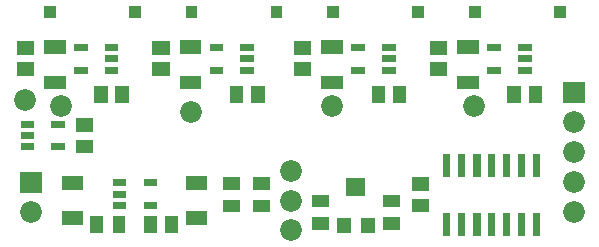
<source format=gts>
G04 start of page 6 for group -4063 idx -4063 *
G04 Title: Das Blinkinput, componentmask *
G04 Creator: pcb 1.99z *
G04 CreationDate: Thu 04 Jun 2015 03:29:16 PM GMT UTC *
G04 For: eelco *
G04 Format: Gerber/RS-274X *
G04 PCB-Dimensions (mil): 3937.01 3937.01 *
G04 PCB-Coordinate-Origin: lower left *
%MOIN*%
%FSLAX25Y25*%
%LNTOPMASK*%
%ADD44R,0.0472X0.0472*%
%ADD43R,0.0591X0.0591*%
%ADD42R,0.0413X0.0413*%
%ADD41R,0.0453X0.0453*%
%ADD40R,0.0236X0.0236*%
%ADD39C,0.0001*%
%ADD38C,0.0728*%
G54D38*X253937Y246063D03*
X206693D03*
G54D39*G36*
X283760Y254272D02*Y246988D01*
X291043D01*
Y254272D01*
X283760D01*
G37*
G54D38*X116142Y246063D03*
G54D39*G36*
X102657Y224272D02*Y216988D01*
X109941D01*
Y224272D01*
X102657D01*
G37*
G54D38*X106299Y210630D03*
X159449Y244094D03*
X104331Y248031D03*
X287402Y240630D03*
Y230630D03*
Y220630D03*
Y210630D03*
X192913Y204724D03*
Y214567D03*
Y224409D03*
G54D40*X259843Y229035D02*Y223720D01*
X254921Y229035D02*Y223720D01*
X249803Y229035D02*Y223720D01*
X244882Y229035D02*Y223720D01*
X274803Y229035D02*Y223720D01*
X269882Y229035D02*Y223720D01*
X264764Y229035D02*Y223720D01*
X269783Y265551D02*X271949D01*
X259547D02*X261713D01*
X259547Y258071D02*X261713D01*
X244882Y209350D02*Y204035D01*
X249803Y209350D02*Y204035D01*
G54D41*X250591Y265748D02*X253346D01*
X250591Y253937D02*X253346D01*
G54D40*X254921Y209350D02*Y204035D01*
X259843Y209350D02*Y204035D01*
X264764Y209350D02*Y204035D01*
X269882Y209350D02*Y204035D01*
X274803Y209350D02*Y204035D01*
G54D42*X201969Y214370D02*X203543D01*
X201969Y206890D02*X203543D01*
X225591D02*X227165D01*
X225591Y214370D02*X227165D01*
G54D39*G36*
X208268Y208661D02*Y203937D01*
X212992D01*
Y208661D01*
X208268D01*
G37*
G36*
X216142D02*Y203937D01*
X220866D01*
Y208661D01*
X216142D01*
G37*
G54D43*X214370Y219094D02*X214764D01*
G54D42*X182283Y220276D02*X183858D01*
X182283Y212795D02*X183858D01*
G54D41*X235630Y220079D02*X236811D01*
X235630Y212992D02*X236811D01*
X267323Y250591D02*Y249409D01*
X274409Y250591D02*Y249409D01*
G54D40*X269783Y258071D02*X271949D01*
X269783Y261811D02*X271949D01*
G54D39*G36*
X233386Y279528D02*Y275591D01*
X237323D01*
Y279528D01*
X233386D01*
G37*
G54D41*X241535Y265551D02*X242717D01*
X241535Y258465D02*X242717D01*
G54D39*G36*
X252283Y279528D02*Y275591D01*
X256220D01*
Y279528D01*
X252283D01*
G37*
G36*
X280630D02*Y275591D01*
X284567D01*
Y279528D01*
X280630D01*
G37*
G54D41*X222047Y250591D02*Y249409D01*
X205315Y253937D02*X208071D01*
G54D40*X214272Y258071D02*X216437D01*
G54D41*X229134Y250591D02*Y249409D01*
G54D40*X224508Y258071D02*X226673D01*
X224508Y261811D02*X226673D01*
X224508Y265551D02*X226673D01*
G54D39*G36*
X205039Y279528D02*Y275591D01*
X208976D01*
Y279528D01*
X205039D01*
G37*
G54D41*X205315Y265748D02*X208071D01*
G54D40*X214272Y265551D02*X216437D01*
G54D39*G36*
X186142Y279528D02*Y275591D01*
X190079D01*
Y279528D01*
X186142D01*
G37*
G54D40*X104035Y239961D02*X106201D01*
X104035Y236220D02*X106201D01*
X104035Y232480D02*X106201D01*
G54D41*X103740Y265551D02*X104921D01*
X103740Y258465D02*X104921D01*
G54D40*X114272Y232480D02*X116437D01*
X114272Y239961D02*X116437D01*
G54D41*X112795Y265748D02*X115551D01*
X112795Y253937D02*X115551D01*
G54D39*G36*
X110551Y279528D02*Y275591D01*
X114488D01*
Y279528D01*
X110551D01*
G37*
G54D41*X123425Y239764D02*X124606D01*
X123425Y232677D02*X124606D01*
X129528Y250591D02*Y249409D01*
X136614Y250591D02*Y249409D01*
G54D40*X131988Y258071D02*X134154D01*
X131988Y261811D02*X134154D01*
X131988Y265551D02*X134154D01*
X121752D02*X123917D01*
X121752Y258071D02*X123917D01*
G54D42*X172441Y212795D02*X174016D01*
G54D44*X160138Y208661D02*X162697D01*
G54D42*X172441Y220276D02*X174016D01*
G54D44*X160138Y220472D02*X162697D01*
G54D40*X134744D02*X136909D01*
X134744Y216732D02*X136909D01*
X144980Y220472D02*X147146D01*
G54D41*X146063Y207283D02*Y206102D01*
X153150Y207283D02*Y206102D01*
G54D42*X128150Y207480D02*Y205906D01*
X135630Y207480D02*Y205906D01*
G54D40*X134744Y212992D02*X136909D01*
X144980D02*X147146D01*
G54D44*X118799Y220472D02*X121358D01*
X118799Y208661D02*X121358D01*
G54D41*X174803Y250591D02*Y249409D01*
X181890Y250591D02*Y249409D01*
X196260Y265551D02*X197441D01*
X196260Y258465D02*X197441D01*
G54D40*X177264Y258071D02*X179429D01*
X177264Y261811D02*X179429D01*
X177264Y265551D02*X179429D01*
G54D39*G36*
X138898Y279528D02*Y275591D01*
X142835D01*
Y279528D01*
X138898D01*
G37*
G36*
X157795D02*Y275591D01*
X161732D01*
Y279528D01*
X157795D01*
G37*
G54D41*X158071Y265748D02*X160827D01*
G54D40*X167028Y265551D02*X169193D01*
G54D41*X158071Y253937D02*X160827D01*
G54D40*X167028Y258071D02*X169193D01*
G54D41*X149016Y265551D02*X150197D01*
X149016Y258465D02*X150197D01*
M02*

</source>
